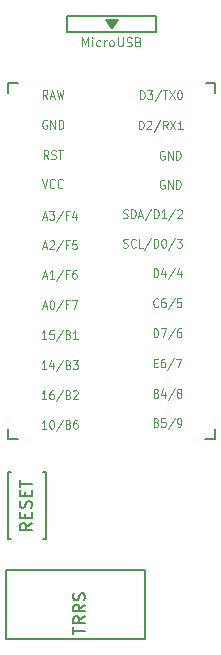
<source format=gto>
%TF.GenerationSoftware,KiCad,Pcbnew,(7.0.0)*%
%TF.CreationDate,2023-04-23T19:00:17+09:00*%
%TF.ProjectId,pcb_r,7063625f-722e-46b6-9963-61645f706362,rev?*%
%TF.SameCoordinates,Original*%
%TF.FileFunction,Legend,Top*%
%TF.FilePolarity,Positive*%
%FSLAX46Y46*%
G04 Gerber Fmt 4.6, Leading zero omitted, Abs format (unit mm)*
G04 Created by KiCad (PCBNEW (7.0.0)) date 2023-04-23 19:00:17*
%MOMM*%
%LPD*%
G01*
G04 APERTURE LIST*
%ADD10C,0.125000*%
%ADD11C,0.120000*%
%ADD12C,0.150000*%
G04 APERTURE END LIST*
D10*
%TO.C,U1*%
X151634881Y-70588035D02*
X151252024Y-70588035D01*
X151443452Y-70588035D02*
X151443452Y-69838035D01*
X151443452Y-69838035D02*
X151379643Y-69945178D01*
X151379643Y-69945178D02*
X151315833Y-70016607D01*
X151315833Y-70016607D02*
X151252024Y-70052321D01*
X152209166Y-70088035D02*
X152209166Y-70588035D01*
X152049642Y-69802321D02*
X151890119Y-70338035D01*
X151890119Y-70338035D02*
X152304880Y-70338035D01*
X153038690Y-69802321D02*
X152464404Y-70766607D01*
X153485357Y-70195178D02*
X153581071Y-70230892D01*
X153581071Y-70230892D02*
X153612976Y-70266607D01*
X153612976Y-70266607D02*
X153644880Y-70338035D01*
X153644880Y-70338035D02*
X153644880Y-70445178D01*
X153644880Y-70445178D02*
X153612976Y-70516607D01*
X153612976Y-70516607D02*
X153581071Y-70552321D01*
X153581071Y-70552321D02*
X153517261Y-70588035D01*
X153517261Y-70588035D02*
X153262023Y-70588035D01*
X153262023Y-70588035D02*
X153262023Y-69838035D01*
X153262023Y-69838035D02*
X153485357Y-69838035D01*
X153485357Y-69838035D02*
X153549166Y-69873750D01*
X153549166Y-69873750D02*
X153581071Y-69909464D01*
X153581071Y-69909464D02*
X153612976Y-69980892D01*
X153612976Y-69980892D02*
X153612976Y-70052321D01*
X153612976Y-70052321D02*
X153581071Y-70123750D01*
X153581071Y-70123750D02*
X153549166Y-70159464D01*
X153549166Y-70159464D02*
X153485357Y-70195178D01*
X153485357Y-70195178D02*
X153262023Y-70195178D01*
X153868214Y-69838035D02*
X154282976Y-69838035D01*
X154282976Y-69838035D02*
X154059642Y-70123750D01*
X154059642Y-70123750D02*
X154155357Y-70123750D01*
X154155357Y-70123750D02*
X154219166Y-70159464D01*
X154219166Y-70159464D02*
X154251071Y-70195178D01*
X154251071Y-70195178D02*
X154282976Y-70266607D01*
X154282976Y-70266607D02*
X154282976Y-70445178D01*
X154282976Y-70445178D02*
X154251071Y-70516607D01*
X154251071Y-70516607D02*
X154219166Y-70552321D01*
X154219166Y-70552321D02*
X154155357Y-70588035D01*
X154155357Y-70588035D02*
X153963928Y-70588035D01*
X153963928Y-70588035D02*
X153900119Y-70552321D01*
X153900119Y-70552321D02*
X153868214Y-70516607D01*
X159498928Y-50288035D02*
X159498928Y-49538035D01*
X159498928Y-49538035D02*
X159658452Y-49538035D01*
X159658452Y-49538035D02*
X159754166Y-49573750D01*
X159754166Y-49573750D02*
X159817976Y-49645178D01*
X159817976Y-49645178D02*
X159849881Y-49716607D01*
X159849881Y-49716607D02*
X159881785Y-49859464D01*
X159881785Y-49859464D02*
X159881785Y-49966607D01*
X159881785Y-49966607D02*
X159849881Y-50109464D01*
X159849881Y-50109464D02*
X159817976Y-50180892D01*
X159817976Y-50180892D02*
X159754166Y-50252321D01*
X159754166Y-50252321D02*
X159658452Y-50288035D01*
X159658452Y-50288035D02*
X159498928Y-50288035D01*
X160137024Y-49609464D02*
X160168928Y-49573750D01*
X160168928Y-49573750D02*
X160232738Y-49538035D01*
X160232738Y-49538035D02*
X160392262Y-49538035D01*
X160392262Y-49538035D02*
X160456071Y-49573750D01*
X160456071Y-49573750D02*
X160487976Y-49609464D01*
X160487976Y-49609464D02*
X160519881Y-49680892D01*
X160519881Y-49680892D02*
X160519881Y-49752321D01*
X160519881Y-49752321D02*
X160487976Y-49859464D01*
X160487976Y-49859464D02*
X160105119Y-50288035D01*
X160105119Y-50288035D02*
X160519881Y-50288035D01*
X161285595Y-49502321D02*
X160711309Y-50466607D01*
X161891785Y-50288035D02*
X161668452Y-49930892D01*
X161508928Y-50288035D02*
X161508928Y-49538035D01*
X161508928Y-49538035D02*
X161764166Y-49538035D01*
X161764166Y-49538035D02*
X161827976Y-49573750D01*
X161827976Y-49573750D02*
X161859881Y-49609464D01*
X161859881Y-49609464D02*
X161891785Y-49680892D01*
X161891785Y-49680892D02*
X161891785Y-49788035D01*
X161891785Y-49788035D02*
X161859881Y-49859464D01*
X161859881Y-49859464D02*
X161827976Y-49895178D01*
X161827976Y-49895178D02*
X161764166Y-49930892D01*
X161764166Y-49930892D02*
X161508928Y-49930892D01*
X162115119Y-49538035D02*
X162561785Y-50288035D01*
X162561785Y-49538035D02*
X162115119Y-50288035D01*
X163167976Y-50288035D02*
X162785119Y-50288035D01*
X162976547Y-50288035D02*
X162976547Y-49538035D01*
X162976547Y-49538035D02*
X162912738Y-49645178D01*
X162912738Y-49645178D02*
X162848928Y-49716607D01*
X162848928Y-49716607D02*
X162785119Y-49752321D01*
X161085833Y-65266607D02*
X161053929Y-65302321D01*
X161053929Y-65302321D02*
X160958214Y-65338035D01*
X160958214Y-65338035D02*
X160894405Y-65338035D01*
X160894405Y-65338035D02*
X160798691Y-65302321D01*
X160798691Y-65302321D02*
X160734881Y-65230892D01*
X160734881Y-65230892D02*
X160702976Y-65159464D01*
X160702976Y-65159464D02*
X160671072Y-65016607D01*
X160671072Y-65016607D02*
X160671072Y-64909464D01*
X160671072Y-64909464D02*
X160702976Y-64766607D01*
X160702976Y-64766607D02*
X160734881Y-64695178D01*
X160734881Y-64695178D02*
X160798691Y-64623750D01*
X160798691Y-64623750D02*
X160894405Y-64588035D01*
X160894405Y-64588035D02*
X160958214Y-64588035D01*
X160958214Y-64588035D02*
X161053929Y-64623750D01*
X161053929Y-64623750D02*
X161085833Y-64659464D01*
X161660119Y-64588035D02*
X161532500Y-64588035D01*
X161532500Y-64588035D02*
X161468691Y-64623750D01*
X161468691Y-64623750D02*
X161436786Y-64659464D01*
X161436786Y-64659464D02*
X161372976Y-64766607D01*
X161372976Y-64766607D02*
X161341072Y-64909464D01*
X161341072Y-64909464D02*
X161341072Y-65195178D01*
X161341072Y-65195178D02*
X161372976Y-65266607D01*
X161372976Y-65266607D02*
X161404881Y-65302321D01*
X161404881Y-65302321D02*
X161468691Y-65338035D01*
X161468691Y-65338035D02*
X161596310Y-65338035D01*
X161596310Y-65338035D02*
X161660119Y-65302321D01*
X161660119Y-65302321D02*
X161692024Y-65266607D01*
X161692024Y-65266607D02*
X161723929Y-65195178D01*
X161723929Y-65195178D02*
X161723929Y-65016607D01*
X161723929Y-65016607D02*
X161692024Y-64945178D01*
X161692024Y-64945178D02*
X161660119Y-64909464D01*
X161660119Y-64909464D02*
X161596310Y-64873750D01*
X161596310Y-64873750D02*
X161468691Y-64873750D01*
X161468691Y-64873750D02*
X161404881Y-64909464D01*
X161404881Y-64909464D02*
X161372976Y-64945178D01*
X161372976Y-64945178D02*
X161341072Y-65016607D01*
X162489643Y-64552321D02*
X161915357Y-65516607D01*
X163032024Y-64588035D02*
X162712976Y-64588035D01*
X162712976Y-64588035D02*
X162681072Y-64945178D01*
X162681072Y-64945178D02*
X162712976Y-64909464D01*
X162712976Y-64909464D02*
X162776786Y-64873750D01*
X162776786Y-64873750D02*
X162936310Y-64873750D01*
X162936310Y-64873750D02*
X163000119Y-64909464D01*
X163000119Y-64909464D02*
X163032024Y-64945178D01*
X163032024Y-64945178D02*
X163063929Y-65016607D01*
X163063929Y-65016607D02*
X163063929Y-65195178D01*
X163063929Y-65195178D02*
X163032024Y-65266607D01*
X163032024Y-65266607D02*
X163000119Y-65302321D01*
X163000119Y-65302321D02*
X162936310Y-65338035D01*
X162936310Y-65338035D02*
X162776786Y-65338035D01*
X162776786Y-65338035D02*
X162712976Y-65302321D01*
X162712976Y-65302321D02*
X162681072Y-65266607D01*
X160702976Y-62788035D02*
X160702976Y-62038035D01*
X160702976Y-62038035D02*
X160862500Y-62038035D01*
X160862500Y-62038035D02*
X160958214Y-62073750D01*
X160958214Y-62073750D02*
X161022024Y-62145178D01*
X161022024Y-62145178D02*
X161053929Y-62216607D01*
X161053929Y-62216607D02*
X161085833Y-62359464D01*
X161085833Y-62359464D02*
X161085833Y-62466607D01*
X161085833Y-62466607D02*
X161053929Y-62609464D01*
X161053929Y-62609464D02*
X161022024Y-62680892D01*
X161022024Y-62680892D02*
X160958214Y-62752321D01*
X160958214Y-62752321D02*
X160862500Y-62788035D01*
X160862500Y-62788035D02*
X160702976Y-62788035D01*
X161660119Y-62288035D02*
X161660119Y-62788035D01*
X161500595Y-62002321D02*
X161341072Y-62538035D01*
X161341072Y-62538035D02*
X161755833Y-62538035D01*
X162489643Y-62002321D02*
X161915357Y-62966607D01*
X163000119Y-62288035D02*
X163000119Y-62788035D01*
X162840595Y-62002321D02*
X162681072Y-62538035D01*
X162681072Y-62538035D02*
X163095833Y-62538035D01*
X151634881Y-68038035D02*
X151252024Y-68038035D01*
X151443452Y-68038035D02*
X151443452Y-67288035D01*
X151443452Y-67288035D02*
X151379643Y-67395178D01*
X151379643Y-67395178D02*
X151315833Y-67466607D01*
X151315833Y-67466607D02*
X151252024Y-67502321D01*
X152241071Y-67288035D02*
X151922023Y-67288035D01*
X151922023Y-67288035D02*
X151890119Y-67645178D01*
X151890119Y-67645178D02*
X151922023Y-67609464D01*
X151922023Y-67609464D02*
X151985833Y-67573750D01*
X151985833Y-67573750D02*
X152145357Y-67573750D01*
X152145357Y-67573750D02*
X152209166Y-67609464D01*
X152209166Y-67609464D02*
X152241071Y-67645178D01*
X152241071Y-67645178D02*
X152272976Y-67716607D01*
X152272976Y-67716607D02*
X152272976Y-67895178D01*
X152272976Y-67895178D02*
X152241071Y-67966607D01*
X152241071Y-67966607D02*
X152209166Y-68002321D01*
X152209166Y-68002321D02*
X152145357Y-68038035D01*
X152145357Y-68038035D02*
X151985833Y-68038035D01*
X151985833Y-68038035D02*
X151922023Y-68002321D01*
X151922023Y-68002321D02*
X151890119Y-67966607D01*
X153038690Y-67252321D02*
X152464404Y-68216607D01*
X153485357Y-67645178D02*
X153581071Y-67680892D01*
X153581071Y-67680892D02*
X153612976Y-67716607D01*
X153612976Y-67716607D02*
X153644880Y-67788035D01*
X153644880Y-67788035D02*
X153644880Y-67895178D01*
X153644880Y-67895178D02*
X153612976Y-67966607D01*
X153612976Y-67966607D02*
X153581071Y-68002321D01*
X153581071Y-68002321D02*
X153517261Y-68038035D01*
X153517261Y-68038035D02*
X153262023Y-68038035D01*
X153262023Y-68038035D02*
X153262023Y-67288035D01*
X153262023Y-67288035D02*
X153485357Y-67288035D01*
X153485357Y-67288035D02*
X153549166Y-67323750D01*
X153549166Y-67323750D02*
X153581071Y-67359464D01*
X153581071Y-67359464D02*
X153612976Y-67430892D01*
X153612976Y-67430892D02*
X153612976Y-67502321D01*
X153612976Y-67502321D02*
X153581071Y-67573750D01*
X153581071Y-67573750D02*
X153549166Y-67609464D01*
X153549166Y-67609464D02*
X153485357Y-67645178D01*
X153485357Y-67645178D02*
X153262023Y-67645178D01*
X154282976Y-68038035D02*
X153900119Y-68038035D01*
X154091547Y-68038035D02*
X154091547Y-67288035D01*
X154091547Y-67288035D02*
X154027738Y-67395178D01*
X154027738Y-67395178D02*
X153963928Y-67466607D01*
X153963928Y-67466607D02*
X153900119Y-67502321D01*
X151634881Y-73138035D02*
X151252024Y-73138035D01*
X151443452Y-73138035D02*
X151443452Y-72388035D01*
X151443452Y-72388035D02*
X151379643Y-72495178D01*
X151379643Y-72495178D02*
X151315833Y-72566607D01*
X151315833Y-72566607D02*
X151252024Y-72602321D01*
X152209166Y-72388035D02*
X152081547Y-72388035D01*
X152081547Y-72388035D02*
X152017738Y-72423750D01*
X152017738Y-72423750D02*
X151985833Y-72459464D01*
X151985833Y-72459464D02*
X151922023Y-72566607D01*
X151922023Y-72566607D02*
X151890119Y-72709464D01*
X151890119Y-72709464D02*
X151890119Y-72995178D01*
X151890119Y-72995178D02*
X151922023Y-73066607D01*
X151922023Y-73066607D02*
X151953928Y-73102321D01*
X151953928Y-73102321D02*
X152017738Y-73138035D01*
X152017738Y-73138035D02*
X152145357Y-73138035D01*
X152145357Y-73138035D02*
X152209166Y-73102321D01*
X152209166Y-73102321D02*
X152241071Y-73066607D01*
X152241071Y-73066607D02*
X152272976Y-72995178D01*
X152272976Y-72995178D02*
X152272976Y-72816607D01*
X152272976Y-72816607D02*
X152241071Y-72745178D01*
X152241071Y-72745178D02*
X152209166Y-72709464D01*
X152209166Y-72709464D02*
X152145357Y-72673750D01*
X152145357Y-72673750D02*
X152017738Y-72673750D01*
X152017738Y-72673750D02*
X151953928Y-72709464D01*
X151953928Y-72709464D02*
X151922023Y-72745178D01*
X151922023Y-72745178D02*
X151890119Y-72816607D01*
X153038690Y-72352321D02*
X152464404Y-73316607D01*
X153485357Y-72745178D02*
X153581071Y-72780892D01*
X153581071Y-72780892D02*
X153612976Y-72816607D01*
X153612976Y-72816607D02*
X153644880Y-72888035D01*
X153644880Y-72888035D02*
X153644880Y-72995178D01*
X153644880Y-72995178D02*
X153612976Y-73066607D01*
X153612976Y-73066607D02*
X153581071Y-73102321D01*
X153581071Y-73102321D02*
X153517261Y-73138035D01*
X153517261Y-73138035D02*
X153262023Y-73138035D01*
X153262023Y-73138035D02*
X153262023Y-72388035D01*
X153262023Y-72388035D02*
X153485357Y-72388035D01*
X153485357Y-72388035D02*
X153549166Y-72423750D01*
X153549166Y-72423750D02*
X153581071Y-72459464D01*
X153581071Y-72459464D02*
X153612976Y-72530892D01*
X153612976Y-72530892D02*
X153612976Y-72602321D01*
X153612976Y-72602321D02*
X153581071Y-72673750D01*
X153581071Y-72673750D02*
X153549166Y-72709464D01*
X153549166Y-72709464D02*
X153485357Y-72745178D01*
X153485357Y-72745178D02*
X153262023Y-72745178D01*
X153900119Y-72459464D02*
X153932023Y-72423750D01*
X153932023Y-72423750D02*
X153995833Y-72388035D01*
X153995833Y-72388035D02*
X154155357Y-72388035D01*
X154155357Y-72388035D02*
X154219166Y-72423750D01*
X154219166Y-72423750D02*
X154251071Y-72459464D01*
X154251071Y-72459464D02*
X154282976Y-72530892D01*
X154282976Y-72530892D02*
X154282976Y-72602321D01*
X154282976Y-72602321D02*
X154251071Y-72709464D01*
X154251071Y-72709464D02*
X153868214Y-73138035D01*
X153868214Y-73138035D02*
X154282976Y-73138035D01*
X151657024Y-49523750D02*
X151593214Y-49488035D01*
X151593214Y-49488035D02*
X151497500Y-49488035D01*
X151497500Y-49488035D02*
X151401786Y-49523750D01*
X151401786Y-49523750D02*
X151337976Y-49595178D01*
X151337976Y-49595178D02*
X151306071Y-49666607D01*
X151306071Y-49666607D02*
X151274167Y-49809464D01*
X151274167Y-49809464D02*
X151274167Y-49916607D01*
X151274167Y-49916607D02*
X151306071Y-50059464D01*
X151306071Y-50059464D02*
X151337976Y-50130892D01*
X151337976Y-50130892D02*
X151401786Y-50202321D01*
X151401786Y-50202321D02*
X151497500Y-50238035D01*
X151497500Y-50238035D02*
X151561309Y-50238035D01*
X151561309Y-50238035D02*
X151657024Y-50202321D01*
X151657024Y-50202321D02*
X151688928Y-50166607D01*
X151688928Y-50166607D02*
X151688928Y-49916607D01*
X151688928Y-49916607D02*
X151561309Y-49916607D01*
X151976071Y-50238035D02*
X151976071Y-49488035D01*
X151976071Y-49488035D02*
X152358928Y-50238035D01*
X152358928Y-50238035D02*
X152358928Y-49488035D01*
X152677976Y-50238035D02*
X152677976Y-49488035D01*
X152677976Y-49488035D02*
X152837500Y-49488035D01*
X152837500Y-49488035D02*
X152933214Y-49523750D01*
X152933214Y-49523750D02*
X152997024Y-49595178D01*
X152997024Y-49595178D02*
X153028929Y-49666607D01*
X153028929Y-49666607D02*
X153060833Y-49809464D01*
X153060833Y-49809464D02*
X153060833Y-49916607D01*
X153060833Y-49916607D02*
X153028929Y-50059464D01*
X153028929Y-50059464D02*
X152997024Y-50130892D01*
X152997024Y-50130892D02*
X152933214Y-50202321D01*
X152933214Y-50202321D02*
X152837500Y-50238035D01*
X152837500Y-50238035D02*
X152677976Y-50238035D01*
X151331786Y-65273750D02*
X151650833Y-65273750D01*
X151267976Y-65488035D02*
X151491309Y-64738035D01*
X151491309Y-64738035D02*
X151714643Y-65488035D01*
X152065595Y-64738035D02*
X152129405Y-64738035D01*
X152129405Y-64738035D02*
X152193214Y-64773750D01*
X152193214Y-64773750D02*
X152225119Y-64809464D01*
X152225119Y-64809464D02*
X152257024Y-64880892D01*
X152257024Y-64880892D02*
X152288929Y-65023750D01*
X152288929Y-65023750D02*
X152288929Y-65202321D01*
X152288929Y-65202321D02*
X152257024Y-65345178D01*
X152257024Y-65345178D02*
X152225119Y-65416607D01*
X152225119Y-65416607D02*
X152193214Y-65452321D01*
X152193214Y-65452321D02*
X152129405Y-65488035D01*
X152129405Y-65488035D02*
X152065595Y-65488035D01*
X152065595Y-65488035D02*
X152001786Y-65452321D01*
X152001786Y-65452321D02*
X151969881Y-65416607D01*
X151969881Y-65416607D02*
X151937976Y-65345178D01*
X151937976Y-65345178D02*
X151906072Y-65202321D01*
X151906072Y-65202321D02*
X151906072Y-65023750D01*
X151906072Y-65023750D02*
X151937976Y-64880892D01*
X151937976Y-64880892D02*
X151969881Y-64809464D01*
X151969881Y-64809464D02*
X152001786Y-64773750D01*
X152001786Y-64773750D02*
X152065595Y-64738035D01*
X153054643Y-64702321D02*
X152480357Y-65666607D01*
X153501310Y-65095178D02*
X153277976Y-65095178D01*
X153277976Y-65488035D02*
X153277976Y-64738035D01*
X153277976Y-64738035D02*
X153597024Y-64738035D01*
X153788453Y-64738035D02*
X154235119Y-64738035D01*
X154235119Y-64738035D02*
X153947977Y-65488035D01*
X151704880Y-47688035D02*
X151481547Y-47330892D01*
X151322023Y-47688035D02*
X151322023Y-46938035D01*
X151322023Y-46938035D02*
X151577261Y-46938035D01*
X151577261Y-46938035D02*
X151641071Y-46973750D01*
X151641071Y-46973750D02*
X151672976Y-47009464D01*
X151672976Y-47009464D02*
X151704880Y-47080892D01*
X151704880Y-47080892D02*
X151704880Y-47188035D01*
X151704880Y-47188035D02*
X151672976Y-47259464D01*
X151672976Y-47259464D02*
X151641071Y-47295178D01*
X151641071Y-47295178D02*
X151577261Y-47330892D01*
X151577261Y-47330892D02*
X151322023Y-47330892D01*
X151960119Y-47473750D02*
X152279166Y-47473750D01*
X151896309Y-47688035D02*
X152119642Y-46938035D01*
X152119642Y-46938035D02*
X152342976Y-47688035D01*
X152502500Y-46938035D02*
X152662024Y-47688035D01*
X152662024Y-47688035D02*
X152789643Y-47152321D01*
X152789643Y-47152321D02*
X152917262Y-47688035D01*
X152917262Y-47688035D02*
X153076786Y-46938035D01*
X151331786Y-62723750D02*
X151650833Y-62723750D01*
X151267976Y-62938035D02*
X151491309Y-62188035D01*
X151491309Y-62188035D02*
X151714643Y-62938035D01*
X152288929Y-62938035D02*
X151906072Y-62938035D01*
X152097500Y-62938035D02*
X152097500Y-62188035D01*
X152097500Y-62188035D02*
X152033691Y-62295178D01*
X152033691Y-62295178D02*
X151969881Y-62366607D01*
X151969881Y-62366607D02*
X151906072Y-62402321D01*
X153054643Y-62152321D02*
X152480357Y-63116607D01*
X153501310Y-62545178D02*
X153277976Y-62545178D01*
X153277976Y-62938035D02*
X153277976Y-62188035D01*
X153277976Y-62188035D02*
X153597024Y-62188035D01*
X154139405Y-62188035D02*
X154011786Y-62188035D01*
X154011786Y-62188035D02*
X153947977Y-62223750D01*
X153947977Y-62223750D02*
X153916072Y-62259464D01*
X153916072Y-62259464D02*
X153852262Y-62366607D01*
X153852262Y-62366607D02*
X153820358Y-62509464D01*
X153820358Y-62509464D02*
X153820358Y-62795178D01*
X153820358Y-62795178D02*
X153852262Y-62866607D01*
X153852262Y-62866607D02*
X153884167Y-62902321D01*
X153884167Y-62902321D02*
X153947977Y-62938035D01*
X153947977Y-62938035D02*
X154075596Y-62938035D01*
X154075596Y-62938035D02*
X154139405Y-62902321D01*
X154139405Y-62902321D02*
X154171310Y-62866607D01*
X154171310Y-62866607D02*
X154203215Y-62795178D01*
X154203215Y-62795178D02*
X154203215Y-62616607D01*
X154203215Y-62616607D02*
X154171310Y-62545178D01*
X154171310Y-62545178D02*
X154139405Y-62509464D01*
X154139405Y-62509464D02*
X154075596Y-62473750D01*
X154075596Y-62473750D02*
X153947977Y-62473750D01*
X153947977Y-62473750D02*
X153884167Y-62509464D01*
X153884167Y-62509464D02*
X153852262Y-62545178D01*
X153852262Y-62545178D02*
X153820358Y-62616607D01*
X151331786Y-57723750D02*
X151650833Y-57723750D01*
X151267976Y-57938035D02*
X151491309Y-57188035D01*
X151491309Y-57188035D02*
X151714643Y-57938035D01*
X151874167Y-57188035D02*
X152288929Y-57188035D01*
X152288929Y-57188035D02*
X152065595Y-57473750D01*
X152065595Y-57473750D02*
X152161310Y-57473750D01*
X152161310Y-57473750D02*
X152225119Y-57509464D01*
X152225119Y-57509464D02*
X152257024Y-57545178D01*
X152257024Y-57545178D02*
X152288929Y-57616607D01*
X152288929Y-57616607D02*
X152288929Y-57795178D01*
X152288929Y-57795178D02*
X152257024Y-57866607D01*
X152257024Y-57866607D02*
X152225119Y-57902321D01*
X152225119Y-57902321D02*
X152161310Y-57938035D01*
X152161310Y-57938035D02*
X151969881Y-57938035D01*
X151969881Y-57938035D02*
X151906072Y-57902321D01*
X151906072Y-57902321D02*
X151874167Y-57866607D01*
X153054643Y-57152321D02*
X152480357Y-58116607D01*
X153501310Y-57545178D02*
X153277976Y-57545178D01*
X153277976Y-57938035D02*
X153277976Y-57188035D01*
X153277976Y-57188035D02*
X153597024Y-57188035D01*
X154139405Y-57438035D02*
X154139405Y-57938035D01*
X153979881Y-57152321D02*
X153820358Y-57688035D01*
X153820358Y-57688035D02*
X154235119Y-57688035D01*
D11*
X154666071Y-43238035D02*
X154666071Y-42488035D01*
X154666071Y-42488035D02*
X154916071Y-43023750D01*
X154916071Y-43023750D02*
X155166071Y-42488035D01*
X155166071Y-42488035D02*
X155166071Y-43238035D01*
X155523214Y-43238035D02*
X155523214Y-42738035D01*
X155523214Y-42488035D02*
X155487500Y-42523750D01*
X155487500Y-42523750D02*
X155523214Y-42559464D01*
X155523214Y-42559464D02*
X155558928Y-42523750D01*
X155558928Y-42523750D02*
X155523214Y-42488035D01*
X155523214Y-42488035D02*
X155523214Y-42559464D01*
X156201786Y-43202321D02*
X156130357Y-43238035D01*
X156130357Y-43238035D02*
X155987500Y-43238035D01*
X155987500Y-43238035D02*
X155916071Y-43202321D01*
X155916071Y-43202321D02*
X155880357Y-43166607D01*
X155880357Y-43166607D02*
X155844643Y-43095178D01*
X155844643Y-43095178D02*
X155844643Y-42880892D01*
X155844643Y-42880892D02*
X155880357Y-42809464D01*
X155880357Y-42809464D02*
X155916071Y-42773750D01*
X155916071Y-42773750D02*
X155987500Y-42738035D01*
X155987500Y-42738035D02*
X156130357Y-42738035D01*
X156130357Y-42738035D02*
X156201786Y-42773750D01*
X156523214Y-43238035D02*
X156523214Y-42738035D01*
X156523214Y-42880892D02*
X156558928Y-42809464D01*
X156558928Y-42809464D02*
X156594643Y-42773750D01*
X156594643Y-42773750D02*
X156666071Y-42738035D01*
X156666071Y-42738035D02*
X156737500Y-42738035D01*
X157094643Y-43238035D02*
X157023214Y-43202321D01*
X157023214Y-43202321D02*
X156987500Y-43166607D01*
X156987500Y-43166607D02*
X156951786Y-43095178D01*
X156951786Y-43095178D02*
X156951786Y-42880892D01*
X156951786Y-42880892D02*
X156987500Y-42809464D01*
X156987500Y-42809464D02*
X157023214Y-42773750D01*
X157023214Y-42773750D02*
X157094643Y-42738035D01*
X157094643Y-42738035D02*
X157201786Y-42738035D01*
X157201786Y-42738035D02*
X157273214Y-42773750D01*
X157273214Y-42773750D02*
X157308929Y-42809464D01*
X157308929Y-42809464D02*
X157344643Y-42880892D01*
X157344643Y-42880892D02*
X157344643Y-43095178D01*
X157344643Y-43095178D02*
X157308929Y-43166607D01*
X157308929Y-43166607D02*
X157273214Y-43202321D01*
X157273214Y-43202321D02*
X157201786Y-43238035D01*
X157201786Y-43238035D02*
X157094643Y-43238035D01*
X157666071Y-42488035D02*
X157666071Y-43095178D01*
X157666071Y-43095178D02*
X157701785Y-43166607D01*
X157701785Y-43166607D02*
X157737500Y-43202321D01*
X157737500Y-43202321D02*
X157808928Y-43238035D01*
X157808928Y-43238035D02*
X157951785Y-43238035D01*
X157951785Y-43238035D02*
X158023214Y-43202321D01*
X158023214Y-43202321D02*
X158058928Y-43166607D01*
X158058928Y-43166607D02*
X158094642Y-43095178D01*
X158094642Y-43095178D02*
X158094642Y-42488035D01*
X158416071Y-43202321D02*
X158523214Y-43238035D01*
X158523214Y-43238035D02*
X158701785Y-43238035D01*
X158701785Y-43238035D02*
X158773214Y-43202321D01*
X158773214Y-43202321D02*
X158808928Y-43166607D01*
X158808928Y-43166607D02*
X158844642Y-43095178D01*
X158844642Y-43095178D02*
X158844642Y-43023750D01*
X158844642Y-43023750D02*
X158808928Y-42952321D01*
X158808928Y-42952321D02*
X158773214Y-42916607D01*
X158773214Y-42916607D02*
X158701785Y-42880892D01*
X158701785Y-42880892D02*
X158558928Y-42845178D01*
X158558928Y-42845178D02*
X158487499Y-42809464D01*
X158487499Y-42809464D02*
X158451785Y-42773750D01*
X158451785Y-42773750D02*
X158416071Y-42702321D01*
X158416071Y-42702321D02*
X158416071Y-42630892D01*
X158416071Y-42630892D02*
X158451785Y-42559464D01*
X158451785Y-42559464D02*
X158487499Y-42523750D01*
X158487499Y-42523750D02*
X158558928Y-42488035D01*
X158558928Y-42488035D02*
X158737499Y-42488035D01*
X158737499Y-42488035D02*
X158844642Y-42523750D01*
X159416071Y-42845178D02*
X159523214Y-42880892D01*
X159523214Y-42880892D02*
X159558928Y-42916607D01*
X159558928Y-42916607D02*
X159594642Y-42988035D01*
X159594642Y-42988035D02*
X159594642Y-43095178D01*
X159594642Y-43095178D02*
X159558928Y-43166607D01*
X159558928Y-43166607D02*
X159523214Y-43202321D01*
X159523214Y-43202321D02*
X159451785Y-43238035D01*
X159451785Y-43238035D02*
X159166071Y-43238035D01*
X159166071Y-43238035D02*
X159166071Y-42488035D01*
X159166071Y-42488035D02*
X159416071Y-42488035D01*
X159416071Y-42488035D02*
X159487500Y-42523750D01*
X159487500Y-42523750D02*
X159523214Y-42559464D01*
X159523214Y-42559464D02*
X159558928Y-42630892D01*
X159558928Y-42630892D02*
X159558928Y-42702321D01*
X159558928Y-42702321D02*
X159523214Y-42773750D01*
X159523214Y-42773750D02*
X159487500Y-42809464D01*
X159487500Y-42809464D02*
X159416071Y-42845178D01*
X159416071Y-42845178D02*
X159166071Y-42845178D01*
D10*
X151331786Y-60223750D02*
X151650833Y-60223750D01*
X151267976Y-60438035D02*
X151491309Y-59688035D01*
X151491309Y-59688035D02*
X151714643Y-60438035D01*
X151906072Y-59759464D02*
X151937976Y-59723750D01*
X151937976Y-59723750D02*
X152001786Y-59688035D01*
X152001786Y-59688035D02*
X152161310Y-59688035D01*
X152161310Y-59688035D02*
X152225119Y-59723750D01*
X152225119Y-59723750D02*
X152257024Y-59759464D01*
X152257024Y-59759464D02*
X152288929Y-59830892D01*
X152288929Y-59830892D02*
X152288929Y-59902321D01*
X152288929Y-59902321D02*
X152257024Y-60009464D01*
X152257024Y-60009464D02*
X151874167Y-60438035D01*
X151874167Y-60438035D02*
X152288929Y-60438035D01*
X153054643Y-59652321D02*
X152480357Y-60616607D01*
X153501310Y-60045178D02*
X153277976Y-60045178D01*
X153277976Y-60438035D02*
X153277976Y-59688035D01*
X153277976Y-59688035D02*
X153597024Y-59688035D01*
X154171310Y-59688035D02*
X153852262Y-59688035D01*
X153852262Y-59688035D02*
X153820358Y-60045178D01*
X153820358Y-60045178D02*
X153852262Y-60009464D01*
X153852262Y-60009464D02*
X153916072Y-59973750D01*
X153916072Y-59973750D02*
X154075596Y-59973750D01*
X154075596Y-59973750D02*
X154139405Y-60009464D01*
X154139405Y-60009464D02*
X154171310Y-60045178D01*
X154171310Y-60045178D02*
X154203215Y-60116607D01*
X154203215Y-60116607D02*
X154203215Y-60295178D01*
X154203215Y-60295178D02*
X154171310Y-60366607D01*
X154171310Y-60366607D02*
X154139405Y-60402321D01*
X154139405Y-60402321D02*
X154075596Y-60438035D01*
X154075596Y-60438035D02*
X153916072Y-60438035D01*
X153916072Y-60438035D02*
X153852262Y-60402321D01*
X153852262Y-60402321D02*
X153820358Y-60366607D01*
X158128929Y-57752321D02*
X158224643Y-57788035D01*
X158224643Y-57788035D02*
X158384167Y-57788035D01*
X158384167Y-57788035D02*
X158447976Y-57752321D01*
X158447976Y-57752321D02*
X158479881Y-57716607D01*
X158479881Y-57716607D02*
X158511786Y-57645178D01*
X158511786Y-57645178D02*
X158511786Y-57573750D01*
X158511786Y-57573750D02*
X158479881Y-57502321D01*
X158479881Y-57502321D02*
X158447976Y-57466607D01*
X158447976Y-57466607D02*
X158384167Y-57430892D01*
X158384167Y-57430892D02*
X158256548Y-57395178D01*
X158256548Y-57395178D02*
X158192738Y-57359464D01*
X158192738Y-57359464D02*
X158160833Y-57323750D01*
X158160833Y-57323750D02*
X158128929Y-57252321D01*
X158128929Y-57252321D02*
X158128929Y-57180892D01*
X158128929Y-57180892D02*
X158160833Y-57109464D01*
X158160833Y-57109464D02*
X158192738Y-57073750D01*
X158192738Y-57073750D02*
X158256548Y-57038035D01*
X158256548Y-57038035D02*
X158416071Y-57038035D01*
X158416071Y-57038035D02*
X158511786Y-57073750D01*
X158798928Y-57788035D02*
X158798928Y-57038035D01*
X158798928Y-57038035D02*
X158958452Y-57038035D01*
X158958452Y-57038035D02*
X159054166Y-57073750D01*
X159054166Y-57073750D02*
X159117976Y-57145178D01*
X159117976Y-57145178D02*
X159149881Y-57216607D01*
X159149881Y-57216607D02*
X159181785Y-57359464D01*
X159181785Y-57359464D02*
X159181785Y-57466607D01*
X159181785Y-57466607D02*
X159149881Y-57609464D01*
X159149881Y-57609464D02*
X159117976Y-57680892D01*
X159117976Y-57680892D02*
X159054166Y-57752321D01*
X159054166Y-57752321D02*
X158958452Y-57788035D01*
X158958452Y-57788035D02*
X158798928Y-57788035D01*
X159437024Y-57573750D02*
X159756071Y-57573750D01*
X159373214Y-57788035D02*
X159596547Y-57038035D01*
X159596547Y-57038035D02*
X159819881Y-57788035D01*
X160521786Y-57002321D02*
X159947500Y-57966607D01*
X160745119Y-57788035D02*
X160745119Y-57038035D01*
X160745119Y-57038035D02*
X160904643Y-57038035D01*
X160904643Y-57038035D02*
X161000357Y-57073750D01*
X161000357Y-57073750D02*
X161064167Y-57145178D01*
X161064167Y-57145178D02*
X161096072Y-57216607D01*
X161096072Y-57216607D02*
X161127976Y-57359464D01*
X161127976Y-57359464D02*
X161127976Y-57466607D01*
X161127976Y-57466607D02*
X161096072Y-57609464D01*
X161096072Y-57609464D02*
X161064167Y-57680892D01*
X161064167Y-57680892D02*
X161000357Y-57752321D01*
X161000357Y-57752321D02*
X160904643Y-57788035D01*
X160904643Y-57788035D02*
X160745119Y-57788035D01*
X161766072Y-57788035D02*
X161383215Y-57788035D01*
X161574643Y-57788035D02*
X161574643Y-57038035D01*
X161574643Y-57038035D02*
X161510834Y-57145178D01*
X161510834Y-57145178D02*
X161447024Y-57216607D01*
X161447024Y-57216607D02*
X161383215Y-57252321D01*
X162531786Y-57002321D02*
X161957500Y-57966607D01*
X162723215Y-57109464D02*
X162755119Y-57073750D01*
X162755119Y-57073750D02*
X162818929Y-57038035D01*
X162818929Y-57038035D02*
X162978453Y-57038035D01*
X162978453Y-57038035D02*
X163042262Y-57073750D01*
X163042262Y-57073750D02*
X163074167Y-57109464D01*
X163074167Y-57109464D02*
X163106072Y-57180892D01*
X163106072Y-57180892D02*
X163106072Y-57252321D01*
X163106072Y-57252321D02*
X163074167Y-57359464D01*
X163074167Y-57359464D02*
X162691310Y-57788035D01*
X162691310Y-57788035D02*
X163106072Y-57788035D01*
X161607024Y-52123750D02*
X161543214Y-52088035D01*
X161543214Y-52088035D02*
X161447500Y-52088035D01*
X161447500Y-52088035D02*
X161351786Y-52123750D01*
X161351786Y-52123750D02*
X161287976Y-52195178D01*
X161287976Y-52195178D02*
X161256071Y-52266607D01*
X161256071Y-52266607D02*
X161224167Y-52409464D01*
X161224167Y-52409464D02*
X161224167Y-52516607D01*
X161224167Y-52516607D02*
X161256071Y-52659464D01*
X161256071Y-52659464D02*
X161287976Y-52730892D01*
X161287976Y-52730892D02*
X161351786Y-52802321D01*
X161351786Y-52802321D02*
X161447500Y-52838035D01*
X161447500Y-52838035D02*
X161511309Y-52838035D01*
X161511309Y-52838035D02*
X161607024Y-52802321D01*
X161607024Y-52802321D02*
X161638928Y-52766607D01*
X161638928Y-52766607D02*
X161638928Y-52516607D01*
X161638928Y-52516607D02*
X161511309Y-52516607D01*
X161926071Y-52838035D02*
X161926071Y-52088035D01*
X161926071Y-52088035D02*
X162308928Y-52838035D01*
X162308928Y-52838035D02*
X162308928Y-52088035D01*
X162627976Y-52838035D02*
X162627976Y-52088035D01*
X162627976Y-52088035D02*
X162787500Y-52088035D01*
X162787500Y-52088035D02*
X162883214Y-52123750D01*
X162883214Y-52123750D02*
X162947024Y-52195178D01*
X162947024Y-52195178D02*
X162978929Y-52266607D01*
X162978929Y-52266607D02*
X163010833Y-52409464D01*
X163010833Y-52409464D02*
X163010833Y-52516607D01*
X163010833Y-52516607D02*
X162978929Y-52659464D01*
X162978929Y-52659464D02*
X162947024Y-52730892D01*
X162947024Y-52730892D02*
X162883214Y-52802321D01*
X162883214Y-52802321D02*
X162787500Y-52838035D01*
X162787500Y-52838035D02*
X162627976Y-52838035D01*
X160926310Y-75095178D02*
X161022024Y-75130892D01*
X161022024Y-75130892D02*
X161053929Y-75166607D01*
X161053929Y-75166607D02*
X161085833Y-75238035D01*
X161085833Y-75238035D02*
X161085833Y-75345178D01*
X161085833Y-75345178D02*
X161053929Y-75416607D01*
X161053929Y-75416607D02*
X161022024Y-75452321D01*
X161022024Y-75452321D02*
X160958214Y-75488035D01*
X160958214Y-75488035D02*
X160702976Y-75488035D01*
X160702976Y-75488035D02*
X160702976Y-74738035D01*
X160702976Y-74738035D02*
X160926310Y-74738035D01*
X160926310Y-74738035D02*
X160990119Y-74773750D01*
X160990119Y-74773750D02*
X161022024Y-74809464D01*
X161022024Y-74809464D02*
X161053929Y-74880892D01*
X161053929Y-74880892D02*
X161053929Y-74952321D01*
X161053929Y-74952321D02*
X161022024Y-75023750D01*
X161022024Y-75023750D02*
X160990119Y-75059464D01*
X160990119Y-75059464D02*
X160926310Y-75095178D01*
X160926310Y-75095178D02*
X160702976Y-75095178D01*
X161692024Y-74738035D02*
X161372976Y-74738035D01*
X161372976Y-74738035D02*
X161341072Y-75095178D01*
X161341072Y-75095178D02*
X161372976Y-75059464D01*
X161372976Y-75059464D02*
X161436786Y-75023750D01*
X161436786Y-75023750D02*
X161596310Y-75023750D01*
X161596310Y-75023750D02*
X161660119Y-75059464D01*
X161660119Y-75059464D02*
X161692024Y-75095178D01*
X161692024Y-75095178D02*
X161723929Y-75166607D01*
X161723929Y-75166607D02*
X161723929Y-75345178D01*
X161723929Y-75345178D02*
X161692024Y-75416607D01*
X161692024Y-75416607D02*
X161660119Y-75452321D01*
X161660119Y-75452321D02*
X161596310Y-75488035D01*
X161596310Y-75488035D02*
X161436786Y-75488035D01*
X161436786Y-75488035D02*
X161372976Y-75452321D01*
X161372976Y-75452321D02*
X161341072Y-75416607D01*
X162489643Y-74702321D02*
X161915357Y-75666607D01*
X162744881Y-75488035D02*
X162872500Y-75488035D01*
X162872500Y-75488035D02*
X162936310Y-75452321D01*
X162936310Y-75452321D02*
X162968214Y-75416607D01*
X162968214Y-75416607D02*
X163032024Y-75309464D01*
X163032024Y-75309464D02*
X163063929Y-75166607D01*
X163063929Y-75166607D02*
X163063929Y-74880892D01*
X163063929Y-74880892D02*
X163032024Y-74809464D01*
X163032024Y-74809464D02*
X163000119Y-74773750D01*
X163000119Y-74773750D02*
X162936310Y-74738035D01*
X162936310Y-74738035D02*
X162808691Y-74738035D01*
X162808691Y-74738035D02*
X162744881Y-74773750D01*
X162744881Y-74773750D02*
X162712976Y-74809464D01*
X162712976Y-74809464D02*
X162681072Y-74880892D01*
X162681072Y-74880892D02*
X162681072Y-75059464D01*
X162681072Y-75059464D02*
X162712976Y-75130892D01*
X162712976Y-75130892D02*
X162744881Y-75166607D01*
X162744881Y-75166607D02*
X162808691Y-75202321D01*
X162808691Y-75202321D02*
X162936310Y-75202321D01*
X162936310Y-75202321D02*
X163000119Y-75166607D01*
X163000119Y-75166607D02*
X163032024Y-75130892D01*
X163032024Y-75130892D02*
X163063929Y-75059464D01*
X160702976Y-67888035D02*
X160702976Y-67138035D01*
X160702976Y-67138035D02*
X160862500Y-67138035D01*
X160862500Y-67138035D02*
X160958214Y-67173750D01*
X160958214Y-67173750D02*
X161022024Y-67245178D01*
X161022024Y-67245178D02*
X161053929Y-67316607D01*
X161053929Y-67316607D02*
X161085833Y-67459464D01*
X161085833Y-67459464D02*
X161085833Y-67566607D01*
X161085833Y-67566607D02*
X161053929Y-67709464D01*
X161053929Y-67709464D02*
X161022024Y-67780892D01*
X161022024Y-67780892D02*
X160958214Y-67852321D01*
X160958214Y-67852321D02*
X160862500Y-67888035D01*
X160862500Y-67888035D02*
X160702976Y-67888035D01*
X161309167Y-67138035D02*
X161755833Y-67138035D01*
X161755833Y-67138035D02*
X161468691Y-67888035D01*
X162489643Y-67102321D02*
X161915357Y-68066607D01*
X163000119Y-67138035D02*
X162872500Y-67138035D01*
X162872500Y-67138035D02*
X162808691Y-67173750D01*
X162808691Y-67173750D02*
X162776786Y-67209464D01*
X162776786Y-67209464D02*
X162712976Y-67316607D01*
X162712976Y-67316607D02*
X162681072Y-67459464D01*
X162681072Y-67459464D02*
X162681072Y-67745178D01*
X162681072Y-67745178D02*
X162712976Y-67816607D01*
X162712976Y-67816607D02*
X162744881Y-67852321D01*
X162744881Y-67852321D02*
X162808691Y-67888035D01*
X162808691Y-67888035D02*
X162936310Y-67888035D01*
X162936310Y-67888035D02*
X163000119Y-67852321D01*
X163000119Y-67852321D02*
X163032024Y-67816607D01*
X163032024Y-67816607D02*
X163063929Y-67745178D01*
X163063929Y-67745178D02*
X163063929Y-67566607D01*
X163063929Y-67566607D02*
X163032024Y-67495178D01*
X163032024Y-67495178D02*
X163000119Y-67459464D01*
X163000119Y-67459464D02*
X162936310Y-67423750D01*
X162936310Y-67423750D02*
X162808691Y-67423750D01*
X162808691Y-67423750D02*
X162744881Y-67459464D01*
X162744881Y-67459464D02*
X162712976Y-67495178D01*
X162712976Y-67495178D02*
X162681072Y-67566607D01*
X151634881Y-75638035D02*
X151252024Y-75638035D01*
X151443452Y-75638035D02*
X151443452Y-74888035D01*
X151443452Y-74888035D02*
X151379643Y-74995178D01*
X151379643Y-74995178D02*
X151315833Y-75066607D01*
X151315833Y-75066607D02*
X151252024Y-75102321D01*
X152049642Y-74888035D02*
X152113452Y-74888035D01*
X152113452Y-74888035D02*
X152177261Y-74923750D01*
X152177261Y-74923750D02*
X152209166Y-74959464D01*
X152209166Y-74959464D02*
X152241071Y-75030892D01*
X152241071Y-75030892D02*
X152272976Y-75173750D01*
X152272976Y-75173750D02*
X152272976Y-75352321D01*
X152272976Y-75352321D02*
X152241071Y-75495178D01*
X152241071Y-75495178D02*
X152209166Y-75566607D01*
X152209166Y-75566607D02*
X152177261Y-75602321D01*
X152177261Y-75602321D02*
X152113452Y-75638035D01*
X152113452Y-75638035D02*
X152049642Y-75638035D01*
X152049642Y-75638035D02*
X151985833Y-75602321D01*
X151985833Y-75602321D02*
X151953928Y-75566607D01*
X151953928Y-75566607D02*
X151922023Y-75495178D01*
X151922023Y-75495178D02*
X151890119Y-75352321D01*
X151890119Y-75352321D02*
X151890119Y-75173750D01*
X151890119Y-75173750D02*
X151922023Y-75030892D01*
X151922023Y-75030892D02*
X151953928Y-74959464D01*
X151953928Y-74959464D02*
X151985833Y-74923750D01*
X151985833Y-74923750D02*
X152049642Y-74888035D01*
X153038690Y-74852321D02*
X152464404Y-75816607D01*
X153485357Y-75245178D02*
X153581071Y-75280892D01*
X153581071Y-75280892D02*
X153612976Y-75316607D01*
X153612976Y-75316607D02*
X153644880Y-75388035D01*
X153644880Y-75388035D02*
X153644880Y-75495178D01*
X153644880Y-75495178D02*
X153612976Y-75566607D01*
X153612976Y-75566607D02*
X153581071Y-75602321D01*
X153581071Y-75602321D02*
X153517261Y-75638035D01*
X153517261Y-75638035D02*
X153262023Y-75638035D01*
X153262023Y-75638035D02*
X153262023Y-74888035D01*
X153262023Y-74888035D02*
X153485357Y-74888035D01*
X153485357Y-74888035D02*
X153549166Y-74923750D01*
X153549166Y-74923750D02*
X153581071Y-74959464D01*
X153581071Y-74959464D02*
X153612976Y-75030892D01*
X153612976Y-75030892D02*
X153612976Y-75102321D01*
X153612976Y-75102321D02*
X153581071Y-75173750D01*
X153581071Y-75173750D02*
X153549166Y-75209464D01*
X153549166Y-75209464D02*
X153485357Y-75245178D01*
X153485357Y-75245178D02*
X153262023Y-75245178D01*
X154219166Y-74888035D02*
X154091547Y-74888035D01*
X154091547Y-74888035D02*
X154027738Y-74923750D01*
X154027738Y-74923750D02*
X153995833Y-74959464D01*
X153995833Y-74959464D02*
X153932023Y-75066607D01*
X153932023Y-75066607D02*
X153900119Y-75209464D01*
X153900119Y-75209464D02*
X153900119Y-75495178D01*
X153900119Y-75495178D02*
X153932023Y-75566607D01*
X153932023Y-75566607D02*
X153963928Y-75602321D01*
X153963928Y-75602321D02*
X154027738Y-75638035D01*
X154027738Y-75638035D02*
X154155357Y-75638035D01*
X154155357Y-75638035D02*
X154219166Y-75602321D01*
X154219166Y-75602321D02*
X154251071Y-75566607D01*
X154251071Y-75566607D02*
X154282976Y-75495178D01*
X154282976Y-75495178D02*
X154282976Y-75316607D01*
X154282976Y-75316607D02*
X154251071Y-75245178D01*
X154251071Y-75245178D02*
X154219166Y-75209464D01*
X154219166Y-75209464D02*
X154155357Y-75173750D01*
X154155357Y-75173750D02*
X154027738Y-75173750D01*
X154027738Y-75173750D02*
X153963928Y-75209464D01*
X153963928Y-75209464D02*
X153932023Y-75245178D01*
X153932023Y-75245178D02*
X153900119Y-75316607D01*
X151800595Y-52788035D02*
X151577262Y-52430892D01*
X151417738Y-52788035D02*
X151417738Y-52038035D01*
X151417738Y-52038035D02*
X151672976Y-52038035D01*
X151672976Y-52038035D02*
X151736786Y-52073750D01*
X151736786Y-52073750D02*
X151768691Y-52109464D01*
X151768691Y-52109464D02*
X151800595Y-52180892D01*
X151800595Y-52180892D02*
X151800595Y-52288035D01*
X151800595Y-52288035D02*
X151768691Y-52359464D01*
X151768691Y-52359464D02*
X151736786Y-52395178D01*
X151736786Y-52395178D02*
X151672976Y-52430892D01*
X151672976Y-52430892D02*
X151417738Y-52430892D01*
X152055834Y-52752321D02*
X152151548Y-52788035D01*
X152151548Y-52788035D02*
X152311072Y-52788035D01*
X152311072Y-52788035D02*
X152374881Y-52752321D01*
X152374881Y-52752321D02*
X152406786Y-52716607D01*
X152406786Y-52716607D02*
X152438691Y-52645178D01*
X152438691Y-52645178D02*
X152438691Y-52573750D01*
X152438691Y-52573750D02*
X152406786Y-52502321D01*
X152406786Y-52502321D02*
X152374881Y-52466607D01*
X152374881Y-52466607D02*
X152311072Y-52430892D01*
X152311072Y-52430892D02*
X152183453Y-52395178D01*
X152183453Y-52395178D02*
X152119643Y-52359464D01*
X152119643Y-52359464D02*
X152087738Y-52323750D01*
X152087738Y-52323750D02*
X152055834Y-52252321D01*
X152055834Y-52252321D02*
X152055834Y-52180892D01*
X152055834Y-52180892D02*
X152087738Y-52109464D01*
X152087738Y-52109464D02*
X152119643Y-52073750D01*
X152119643Y-52073750D02*
X152183453Y-52038035D01*
X152183453Y-52038035D02*
X152342976Y-52038035D01*
X152342976Y-52038035D02*
X152438691Y-52073750D01*
X152630119Y-52038035D02*
X153012976Y-52038035D01*
X152821548Y-52788035D02*
X152821548Y-52038035D01*
X158144881Y-60252321D02*
X158240595Y-60288035D01*
X158240595Y-60288035D02*
X158400119Y-60288035D01*
X158400119Y-60288035D02*
X158463928Y-60252321D01*
X158463928Y-60252321D02*
X158495833Y-60216607D01*
X158495833Y-60216607D02*
X158527738Y-60145178D01*
X158527738Y-60145178D02*
X158527738Y-60073750D01*
X158527738Y-60073750D02*
X158495833Y-60002321D01*
X158495833Y-60002321D02*
X158463928Y-59966607D01*
X158463928Y-59966607D02*
X158400119Y-59930892D01*
X158400119Y-59930892D02*
X158272500Y-59895178D01*
X158272500Y-59895178D02*
X158208690Y-59859464D01*
X158208690Y-59859464D02*
X158176785Y-59823750D01*
X158176785Y-59823750D02*
X158144881Y-59752321D01*
X158144881Y-59752321D02*
X158144881Y-59680892D01*
X158144881Y-59680892D02*
X158176785Y-59609464D01*
X158176785Y-59609464D02*
X158208690Y-59573750D01*
X158208690Y-59573750D02*
X158272500Y-59538035D01*
X158272500Y-59538035D02*
X158432023Y-59538035D01*
X158432023Y-59538035D02*
X158527738Y-59573750D01*
X159197737Y-60216607D02*
X159165833Y-60252321D01*
X159165833Y-60252321D02*
X159070118Y-60288035D01*
X159070118Y-60288035D02*
X159006309Y-60288035D01*
X159006309Y-60288035D02*
X158910595Y-60252321D01*
X158910595Y-60252321D02*
X158846785Y-60180892D01*
X158846785Y-60180892D02*
X158814880Y-60109464D01*
X158814880Y-60109464D02*
X158782976Y-59966607D01*
X158782976Y-59966607D02*
X158782976Y-59859464D01*
X158782976Y-59859464D02*
X158814880Y-59716607D01*
X158814880Y-59716607D02*
X158846785Y-59645178D01*
X158846785Y-59645178D02*
X158910595Y-59573750D01*
X158910595Y-59573750D02*
X159006309Y-59538035D01*
X159006309Y-59538035D02*
X159070118Y-59538035D01*
X159070118Y-59538035D02*
X159165833Y-59573750D01*
X159165833Y-59573750D02*
X159197737Y-59609464D01*
X159803928Y-60288035D02*
X159484880Y-60288035D01*
X159484880Y-60288035D02*
X159484880Y-59538035D01*
X160505833Y-59502321D02*
X159931547Y-60466607D01*
X160729166Y-60288035D02*
X160729166Y-59538035D01*
X160729166Y-59538035D02*
X160888690Y-59538035D01*
X160888690Y-59538035D02*
X160984404Y-59573750D01*
X160984404Y-59573750D02*
X161048214Y-59645178D01*
X161048214Y-59645178D02*
X161080119Y-59716607D01*
X161080119Y-59716607D02*
X161112023Y-59859464D01*
X161112023Y-59859464D02*
X161112023Y-59966607D01*
X161112023Y-59966607D02*
X161080119Y-60109464D01*
X161080119Y-60109464D02*
X161048214Y-60180892D01*
X161048214Y-60180892D02*
X160984404Y-60252321D01*
X160984404Y-60252321D02*
X160888690Y-60288035D01*
X160888690Y-60288035D02*
X160729166Y-60288035D01*
X161526785Y-59538035D02*
X161590595Y-59538035D01*
X161590595Y-59538035D02*
X161654404Y-59573750D01*
X161654404Y-59573750D02*
X161686309Y-59609464D01*
X161686309Y-59609464D02*
X161718214Y-59680892D01*
X161718214Y-59680892D02*
X161750119Y-59823750D01*
X161750119Y-59823750D02*
X161750119Y-60002321D01*
X161750119Y-60002321D02*
X161718214Y-60145178D01*
X161718214Y-60145178D02*
X161686309Y-60216607D01*
X161686309Y-60216607D02*
X161654404Y-60252321D01*
X161654404Y-60252321D02*
X161590595Y-60288035D01*
X161590595Y-60288035D02*
X161526785Y-60288035D01*
X161526785Y-60288035D02*
X161462976Y-60252321D01*
X161462976Y-60252321D02*
X161431071Y-60216607D01*
X161431071Y-60216607D02*
X161399166Y-60145178D01*
X161399166Y-60145178D02*
X161367262Y-60002321D01*
X161367262Y-60002321D02*
X161367262Y-59823750D01*
X161367262Y-59823750D02*
X161399166Y-59680892D01*
X161399166Y-59680892D02*
X161431071Y-59609464D01*
X161431071Y-59609464D02*
X161462976Y-59573750D01*
X161462976Y-59573750D02*
X161526785Y-59538035D01*
X162515833Y-59502321D02*
X161941547Y-60466607D01*
X162675357Y-59538035D02*
X163090119Y-59538035D01*
X163090119Y-59538035D02*
X162866785Y-59823750D01*
X162866785Y-59823750D02*
X162962500Y-59823750D01*
X162962500Y-59823750D02*
X163026309Y-59859464D01*
X163026309Y-59859464D02*
X163058214Y-59895178D01*
X163058214Y-59895178D02*
X163090119Y-59966607D01*
X163090119Y-59966607D02*
X163090119Y-60145178D01*
X163090119Y-60145178D02*
X163058214Y-60216607D01*
X163058214Y-60216607D02*
X163026309Y-60252321D01*
X163026309Y-60252321D02*
X162962500Y-60288035D01*
X162962500Y-60288035D02*
X162771071Y-60288035D01*
X162771071Y-60288035D02*
X162707262Y-60252321D01*
X162707262Y-60252321D02*
X162675357Y-60216607D01*
X160926310Y-72595178D02*
X161022024Y-72630892D01*
X161022024Y-72630892D02*
X161053929Y-72666607D01*
X161053929Y-72666607D02*
X161085833Y-72738035D01*
X161085833Y-72738035D02*
X161085833Y-72845178D01*
X161085833Y-72845178D02*
X161053929Y-72916607D01*
X161053929Y-72916607D02*
X161022024Y-72952321D01*
X161022024Y-72952321D02*
X160958214Y-72988035D01*
X160958214Y-72988035D02*
X160702976Y-72988035D01*
X160702976Y-72988035D02*
X160702976Y-72238035D01*
X160702976Y-72238035D02*
X160926310Y-72238035D01*
X160926310Y-72238035D02*
X160990119Y-72273750D01*
X160990119Y-72273750D02*
X161022024Y-72309464D01*
X161022024Y-72309464D02*
X161053929Y-72380892D01*
X161053929Y-72380892D02*
X161053929Y-72452321D01*
X161053929Y-72452321D02*
X161022024Y-72523750D01*
X161022024Y-72523750D02*
X160990119Y-72559464D01*
X160990119Y-72559464D02*
X160926310Y-72595178D01*
X160926310Y-72595178D02*
X160702976Y-72595178D01*
X161660119Y-72488035D02*
X161660119Y-72988035D01*
X161500595Y-72202321D02*
X161341072Y-72738035D01*
X161341072Y-72738035D02*
X161755833Y-72738035D01*
X162489643Y-72202321D02*
X161915357Y-73166607D01*
X162808691Y-72559464D02*
X162744881Y-72523750D01*
X162744881Y-72523750D02*
X162712976Y-72488035D01*
X162712976Y-72488035D02*
X162681072Y-72416607D01*
X162681072Y-72416607D02*
X162681072Y-72380892D01*
X162681072Y-72380892D02*
X162712976Y-72309464D01*
X162712976Y-72309464D02*
X162744881Y-72273750D01*
X162744881Y-72273750D02*
X162808691Y-72238035D01*
X162808691Y-72238035D02*
X162936310Y-72238035D01*
X162936310Y-72238035D02*
X163000119Y-72273750D01*
X163000119Y-72273750D02*
X163032024Y-72309464D01*
X163032024Y-72309464D02*
X163063929Y-72380892D01*
X163063929Y-72380892D02*
X163063929Y-72416607D01*
X163063929Y-72416607D02*
X163032024Y-72488035D01*
X163032024Y-72488035D02*
X163000119Y-72523750D01*
X163000119Y-72523750D02*
X162936310Y-72559464D01*
X162936310Y-72559464D02*
X162808691Y-72559464D01*
X162808691Y-72559464D02*
X162744881Y-72595178D01*
X162744881Y-72595178D02*
X162712976Y-72630892D01*
X162712976Y-72630892D02*
X162681072Y-72702321D01*
X162681072Y-72702321D02*
X162681072Y-72845178D01*
X162681072Y-72845178D02*
X162712976Y-72916607D01*
X162712976Y-72916607D02*
X162744881Y-72952321D01*
X162744881Y-72952321D02*
X162808691Y-72988035D01*
X162808691Y-72988035D02*
X162936310Y-72988035D01*
X162936310Y-72988035D02*
X163000119Y-72952321D01*
X163000119Y-72952321D02*
X163032024Y-72916607D01*
X163032024Y-72916607D02*
X163063929Y-72845178D01*
X163063929Y-72845178D02*
X163063929Y-72702321D01*
X163063929Y-72702321D02*
X163032024Y-72630892D01*
X163032024Y-72630892D02*
X163000119Y-72595178D01*
X163000119Y-72595178D02*
X162936310Y-72559464D01*
X160734881Y-70045178D02*
X160958215Y-70045178D01*
X161053929Y-70438035D02*
X160734881Y-70438035D01*
X160734881Y-70438035D02*
X160734881Y-69688035D01*
X160734881Y-69688035D02*
X161053929Y-69688035D01*
X161628214Y-69688035D02*
X161500595Y-69688035D01*
X161500595Y-69688035D02*
X161436786Y-69723750D01*
X161436786Y-69723750D02*
X161404881Y-69759464D01*
X161404881Y-69759464D02*
X161341071Y-69866607D01*
X161341071Y-69866607D02*
X161309167Y-70009464D01*
X161309167Y-70009464D02*
X161309167Y-70295178D01*
X161309167Y-70295178D02*
X161341071Y-70366607D01*
X161341071Y-70366607D02*
X161372976Y-70402321D01*
X161372976Y-70402321D02*
X161436786Y-70438035D01*
X161436786Y-70438035D02*
X161564405Y-70438035D01*
X161564405Y-70438035D02*
X161628214Y-70402321D01*
X161628214Y-70402321D02*
X161660119Y-70366607D01*
X161660119Y-70366607D02*
X161692024Y-70295178D01*
X161692024Y-70295178D02*
X161692024Y-70116607D01*
X161692024Y-70116607D02*
X161660119Y-70045178D01*
X161660119Y-70045178D02*
X161628214Y-70009464D01*
X161628214Y-70009464D02*
X161564405Y-69973750D01*
X161564405Y-69973750D02*
X161436786Y-69973750D01*
X161436786Y-69973750D02*
X161372976Y-70009464D01*
X161372976Y-70009464D02*
X161341071Y-70045178D01*
X161341071Y-70045178D02*
X161309167Y-70116607D01*
X162457738Y-69652321D02*
X161883452Y-70616607D01*
X162617262Y-69688035D02*
X163063928Y-69688035D01*
X163063928Y-69688035D02*
X162776786Y-70438035D01*
X151274166Y-54488035D02*
X151497499Y-55238035D01*
X151497499Y-55238035D02*
X151720833Y-54488035D01*
X152327023Y-55166607D02*
X152295119Y-55202321D01*
X152295119Y-55202321D02*
X152199404Y-55238035D01*
X152199404Y-55238035D02*
X152135595Y-55238035D01*
X152135595Y-55238035D02*
X152039881Y-55202321D01*
X152039881Y-55202321D02*
X151976071Y-55130892D01*
X151976071Y-55130892D02*
X151944166Y-55059464D01*
X151944166Y-55059464D02*
X151912262Y-54916607D01*
X151912262Y-54916607D02*
X151912262Y-54809464D01*
X151912262Y-54809464D02*
X151944166Y-54666607D01*
X151944166Y-54666607D02*
X151976071Y-54595178D01*
X151976071Y-54595178D02*
X152039881Y-54523750D01*
X152039881Y-54523750D02*
X152135595Y-54488035D01*
X152135595Y-54488035D02*
X152199404Y-54488035D01*
X152199404Y-54488035D02*
X152295119Y-54523750D01*
X152295119Y-54523750D02*
X152327023Y-54559464D01*
X152997023Y-55166607D02*
X152965119Y-55202321D01*
X152965119Y-55202321D02*
X152869404Y-55238035D01*
X152869404Y-55238035D02*
X152805595Y-55238035D01*
X152805595Y-55238035D02*
X152709881Y-55202321D01*
X152709881Y-55202321D02*
X152646071Y-55130892D01*
X152646071Y-55130892D02*
X152614166Y-55059464D01*
X152614166Y-55059464D02*
X152582262Y-54916607D01*
X152582262Y-54916607D02*
X152582262Y-54809464D01*
X152582262Y-54809464D02*
X152614166Y-54666607D01*
X152614166Y-54666607D02*
X152646071Y-54595178D01*
X152646071Y-54595178D02*
X152709881Y-54523750D01*
X152709881Y-54523750D02*
X152805595Y-54488035D01*
X152805595Y-54488035D02*
X152869404Y-54488035D01*
X152869404Y-54488035D02*
X152965119Y-54523750D01*
X152965119Y-54523750D02*
X152997023Y-54559464D01*
X161607024Y-54573750D02*
X161543214Y-54538035D01*
X161543214Y-54538035D02*
X161447500Y-54538035D01*
X161447500Y-54538035D02*
X161351786Y-54573750D01*
X161351786Y-54573750D02*
X161287976Y-54645178D01*
X161287976Y-54645178D02*
X161256071Y-54716607D01*
X161256071Y-54716607D02*
X161224167Y-54859464D01*
X161224167Y-54859464D02*
X161224167Y-54966607D01*
X161224167Y-54966607D02*
X161256071Y-55109464D01*
X161256071Y-55109464D02*
X161287976Y-55180892D01*
X161287976Y-55180892D02*
X161351786Y-55252321D01*
X161351786Y-55252321D02*
X161447500Y-55288035D01*
X161447500Y-55288035D02*
X161511309Y-55288035D01*
X161511309Y-55288035D02*
X161607024Y-55252321D01*
X161607024Y-55252321D02*
X161638928Y-55216607D01*
X161638928Y-55216607D02*
X161638928Y-54966607D01*
X161638928Y-54966607D02*
X161511309Y-54966607D01*
X161926071Y-55288035D02*
X161926071Y-54538035D01*
X161926071Y-54538035D02*
X162308928Y-55288035D01*
X162308928Y-55288035D02*
X162308928Y-54538035D01*
X162627976Y-55288035D02*
X162627976Y-54538035D01*
X162627976Y-54538035D02*
X162787500Y-54538035D01*
X162787500Y-54538035D02*
X162883214Y-54573750D01*
X162883214Y-54573750D02*
X162947024Y-54645178D01*
X162947024Y-54645178D02*
X162978929Y-54716607D01*
X162978929Y-54716607D02*
X163010833Y-54859464D01*
X163010833Y-54859464D02*
X163010833Y-54966607D01*
X163010833Y-54966607D02*
X162978929Y-55109464D01*
X162978929Y-55109464D02*
X162947024Y-55180892D01*
X162947024Y-55180892D02*
X162883214Y-55252321D01*
X162883214Y-55252321D02*
X162787500Y-55288035D01*
X162787500Y-55288035D02*
X162627976Y-55288035D01*
X159578690Y-47738035D02*
X159578690Y-46988035D01*
X159578690Y-46988035D02*
X159738214Y-46988035D01*
X159738214Y-46988035D02*
X159833928Y-47023750D01*
X159833928Y-47023750D02*
X159897738Y-47095178D01*
X159897738Y-47095178D02*
X159929643Y-47166607D01*
X159929643Y-47166607D02*
X159961547Y-47309464D01*
X159961547Y-47309464D02*
X159961547Y-47416607D01*
X159961547Y-47416607D02*
X159929643Y-47559464D01*
X159929643Y-47559464D02*
X159897738Y-47630892D01*
X159897738Y-47630892D02*
X159833928Y-47702321D01*
X159833928Y-47702321D02*
X159738214Y-47738035D01*
X159738214Y-47738035D02*
X159578690Y-47738035D01*
X160184881Y-46988035D02*
X160599643Y-46988035D01*
X160599643Y-46988035D02*
X160376309Y-47273750D01*
X160376309Y-47273750D02*
X160472024Y-47273750D01*
X160472024Y-47273750D02*
X160535833Y-47309464D01*
X160535833Y-47309464D02*
X160567738Y-47345178D01*
X160567738Y-47345178D02*
X160599643Y-47416607D01*
X160599643Y-47416607D02*
X160599643Y-47595178D01*
X160599643Y-47595178D02*
X160567738Y-47666607D01*
X160567738Y-47666607D02*
X160535833Y-47702321D01*
X160535833Y-47702321D02*
X160472024Y-47738035D01*
X160472024Y-47738035D02*
X160280595Y-47738035D01*
X160280595Y-47738035D02*
X160216786Y-47702321D01*
X160216786Y-47702321D02*
X160184881Y-47666607D01*
X161365357Y-46952321D02*
X160791071Y-47916607D01*
X161492976Y-46988035D02*
X161875833Y-46988035D01*
X161684405Y-47738035D02*
X161684405Y-46988035D01*
X162035357Y-46988035D02*
X162482023Y-47738035D01*
X162482023Y-46988035D02*
X162035357Y-47738035D01*
X162864880Y-46988035D02*
X162928690Y-46988035D01*
X162928690Y-46988035D02*
X162992499Y-47023750D01*
X162992499Y-47023750D02*
X163024404Y-47059464D01*
X163024404Y-47059464D02*
X163056309Y-47130892D01*
X163056309Y-47130892D02*
X163088214Y-47273750D01*
X163088214Y-47273750D02*
X163088214Y-47452321D01*
X163088214Y-47452321D02*
X163056309Y-47595178D01*
X163056309Y-47595178D02*
X163024404Y-47666607D01*
X163024404Y-47666607D02*
X162992499Y-47702321D01*
X162992499Y-47702321D02*
X162928690Y-47738035D01*
X162928690Y-47738035D02*
X162864880Y-47738035D01*
X162864880Y-47738035D02*
X162801071Y-47702321D01*
X162801071Y-47702321D02*
X162769166Y-47666607D01*
X162769166Y-47666607D02*
X162737261Y-47595178D01*
X162737261Y-47595178D02*
X162705357Y-47452321D01*
X162705357Y-47452321D02*
X162705357Y-47273750D01*
X162705357Y-47273750D02*
X162737261Y-47130892D01*
X162737261Y-47130892D02*
X162769166Y-47059464D01*
X162769166Y-47059464D02*
X162801071Y-47023750D01*
X162801071Y-47023750D02*
X162864880Y-46988035D01*
D12*
%TO.C,RESW1*%
X150386130Y-83605506D02*
X149909940Y-83938839D01*
X150386130Y-84176934D02*
X149386130Y-84176934D01*
X149386130Y-84176934D02*
X149386130Y-83795982D01*
X149386130Y-83795982D02*
X149433750Y-83700744D01*
X149433750Y-83700744D02*
X149481369Y-83653125D01*
X149481369Y-83653125D02*
X149576607Y-83605506D01*
X149576607Y-83605506D02*
X149719464Y-83605506D01*
X149719464Y-83605506D02*
X149814702Y-83653125D01*
X149814702Y-83653125D02*
X149862321Y-83700744D01*
X149862321Y-83700744D02*
X149909940Y-83795982D01*
X149909940Y-83795982D02*
X149909940Y-84176934D01*
X149862321Y-83176934D02*
X149862321Y-82843601D01*
X150386130Y-82700744D02*
X150386130Y-83176934D01*
X150386130Y-83176934D02*
X149386130Y-83176934D01*
X149386130Y-83176934D02*
X149386130Y-82700744D01*
X150338511Y-82319791D02*
X150386130Y-82176934D01*
X150386130Y-82176934D02*
X150386130Y-81938839D01*
X150386130Y-81938839D02*
X150338511Y-81843601D01*
X150338511Y-81843601D02*
X150290892Y-81795982D01*
X150290892Y-81795982D02*
X150195654Y-81748363D01*
X150195654Y-81748363D02*
X150100416Y-81748363D01*
X150100416Y-81748363D02*
X150005178Y-81795982D01*
X150005178Y-81795982D02*
X149957559Y-81843601D01*
X149957559Y-81843601D02*
X149909940Y-81938839D01*
X149909940Y-81938839D02*
X149862321Y-82129315D01*
X149862321Y-82129315D02*
X149814702Y-82224553D01*
X149814702Y-82224553D02*
X149767083Y-82272172D01*
X149767083Y-82272172D02*
X149671845Y-82319791D01*
X149671845Y-82319791D02*
X149576607Y-82319791D01*
X149576607Y-82319791D02*
X149481369Y-82272172D01*
X149481369Y-82272172D02*
X149433750Y-82224553D01*
X149433750Y-82224553D02*
X149386130Y-82129315D01*
X149386130Y-82129315D02*
X149386130Y-81891220D01*
X149386130Y-81891220D02*
X149433750Y-81748363D01*
X149862321Y-81319791D02*
X149862321Y-80986458D01*
X150386130Y-80843601D02*
X150386130Y-81319791D01*
X150386130Y-81319791D02*
X149386130Y-81319791D01*
X149386130Y-81319791D02*
X149386130Y-80843601D01*
X149386130Y-80557886D02*
X149386130Y-79986458D01*
X150386130Y-80272172D02*
X149386130Y-80272172D01*
%TO.C,J1*%
X153892380Y-92999404D02*
X153892380Y-92427976D01*
X154892380Y-92713690D02*
X153892380Y-92713690D01*
X154892380Y-91523214D02*
X154416190Y-91856547D01*
X154892380Y-92094642D02*
X153892380Y-92094642D01*
X153892380Y-92094642D02*
X153892380Y-91713690D01*
X153892380Y-91713690D02*
X153940000Y-91618452D01*
X153940000Y-91618452D02*
X153987619Y-91570833D01*
X153987619Y-91570833D02*
X154082857Y-91523214D01*
X154082857Y-91523214D02*
X154225714Y-91523214D01*
X154225714Y-91523214D02*
X154320952Y-91570833D01*
X154320952Y-91570833D02*
X154368571Y-91618452D01*
X154368571Y-91618452D02*
X154416190Y-91713690D01*
X154416190Y-91713690D02*
X154416190Y-92094642D01*
X154892380Y-90523214D02*
X154416190Y-90856547D01*
X154892380Y-91094642D02*
X153892380Y-91094642D01*
X153892380Y-91094642D02*
X153892380Y-90713690D01*
X153892380Y-90713690D02*
X153940000Y-90618452D01*
X153940000Y-90618452D02*
X153987619Y-90570833D01*
X153987619Y-90570833D02*
X154082857Y-90523214D01*
X154082857Y-90523214D02*
X154225714Y-90523214D01*
X154225714Y-90523214D02*
X154320952Y-90570833D01*
X154320952Y-90570833D02*
X154368571Y-90618452D01*
X154368571Y-90618452D02*
X154416190Y-90713690D01*
X154416190Y-90713690D02*
X154416190Y-91094642D01*
X154844761Y-90142261D02*
X154892380Y-89999404D01*
X154892380Y-89999404D02*
X154892380Y-89761309D01*
X154892380Y-89761309D02*
X154844761Y-89666071D01*
X154844761Y-89666071D02*
X154797142Y-89618452D01*
X154797142Y-89618452D02*
X154701904Y-89570833D01*
X154701904Y-89570833D02*
X154606666Y-89570833D01*
X154606666Y-89570833D02*
X154511428Y-89618452D01*
X154511428Y-89618452D02*
X154463809Y-89666071D01*
X154463809Y-89666071D02*
X154416190Y-89761309D01*
X154416190Y-89761309D02*
X154368571Y-89951785D01*
X154368571Y-89951785D02*
X154320952Y-90047023D01*
X154320952Y-90047023D02*
X154273333Y-90094642D01*
X154273333Y-90094642D02*
X154178095Y-90142261D01*
X154178095Y-90142261D02*
X154082857Y-90142261D01*
X154082857Y-90142261D02*
X153987619Y-90094642D01*
X153987619Y-90094642D02*
X153940000Y-90047023D01*
X153940000Y-90047023D02*
X153892380Y-89951785D01*
X153892380Y-89951785D02*
X153892380Y-89713690D01*
X153892380Y-89713690D02*
X153940000Y-89570833D01*
%TO.C,U1*%
X148412500Y-46312500D02*
X148412500Y-47162500D01*
X148412500Y-46312500D02*
X149262500Y-46312500D01*
X148412500Y-75612500D02*
X148412500Y-76512500D01*
X148412500Y-76512500D02*
X149262500Y-76512500D01*
X153412500Y-40712500D02*
X153412500Y-42012500D01*
X153412500Y-42012500D02*
X160912500Y-42012500D01*
X156662500Y-41062500D02*
X157662500Y-41062500D01*
X156812500Y-41212500D02*
X157512500Y-41212500D01*
X156912500Y-41362500D02*
X157412500Y-41362500D01*
X157012500Y-41512500D02*
X157312500Y-41512500D01*
X157162500Y-41712500D02*
X156662500Y-41062500D01*
X157662500Y-41062500D02*
X157162500Y-41712500D01*
X160912500Y-40712500D02*
X153412500Y-40712500D01*
X160912500Y-42012500D02*
X160912500Y-40712500D01*
X165912500Y-46312500D02*
X165112500Y-46312500D01*
X165912500Y-46312500D02*
X165912500Y-47162500D01*
X165912500Y-75662500D02*
X165912500Y-76512500D01*
X165912500Y-76512500D02*
X165052500Y-76512500D01*
%TO.C,RESW1*%
X148418750Y-85003125D02*
X148668750Y-85003125D01*
X148418750Y-85003125D02*
X148418750Y-79303125D01*
X151618750Y-85003125D02*
X151368750Y-85003125D01*
X151618750Y-85003125D02*
X151618750Y-79303125D01*
X148418750Y-79303125D02*
X148668750Y-79303125D01*
X151618750Y-79303125D02*
X151368750Y-79303125D01*
%TO.C,J1*%
X148225000Y-93387500D02*
X148225000Y-87587500D01*
X159975000Y-93387500D02*
X148225000Y-93387500D01*
X148225000Y-87587500D02*
X159975000Y-87587500D01*
X159975000Y-87587500D02*
X159975000Y-93387500D01*
%TD*%
M02*

</source>
